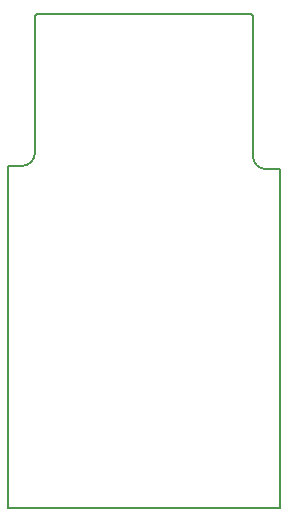
<source format=gbr>
%TF.GenerationSoftware,KiCad,Pcbnew,5.1.5-52549c5~84~ubuntu18.04.1*%
%TF.CreationDate,2020-02-04T18:59:04+01:00*%
%TF.ProjectId,HMC_RF_IPE,484d435f-5246-45f4-9950-452e6b696361,rev?*%
%TF.SameCoordinates,Original*%
%TF.FileFunction,Profile,NP*%
%FSLAX46Y46*%
G04 Gerber Fmt 4.6, Leading zero omitted, Abs format (unit mm)*
G04 Created by KiCad (PCBNEW 5.1.5-52549c5~84~ubuntu18.04.1) date 2020-02-04 18:59:04*
%MOMM*%
%LPD*%
G04 APERTURE LIST*
%TA.AperFunction,Profile*%
%ADD10C,0.200000*%
%TD*%
G04 APERTURE END LIST*
D10*
X132050412Y-69737164D02*
X130893410Y-69737200D01*
X133179410Y-68626164D02*
G75*
G02X132050412Y-69737164I-1119999J8999D01*
G01*
X152728410Y-69995164D02*
X153903410Y-69995200D01*
X152728410Y-69995164D02*
G75*
G02X151617410Y-68866166I8999J1119999D01*
G01*
X133179410Y-68626164D02*
X133179410Y-57049200D01*
X153903410Y-98645200D02*
X153903410Y-98649200D01*
X153903410Y-69995200D02*
X153903410Y-98645200D01*
X151578410Y-56934200D02*
X151579410Y-56935200D01*
X151578410Y-56934200D02*
X151578410Y-56934200D01*
X151578410Y-56934200D02*
X151578410Y-56934200D01*
X151562410Y-56915200D02*
X151578410Y-56934200D01*
X151557410Y-56910200D02*
X151562410Y-56915200D01*
X151553411Y-56905200D02*
X151557410Y-56910200D01*
X151552410Y-56905200D02*
X151553411Y-56905200D01*
X151552410Y-56905200D02*
X151552410Y-56905200D01*
X151552410Y-56905200D02*
X151552410Y-56905200D01*
X151533410Y-56889200D02*
X151552410Y-56905200D01*
X151455410Y-56855200D02*
X151461410Y-56857200D01*
X151448410Y-56854200D02*
X151455410Y-56855200D01*
X151447410Y-56854200D02*
X151448410Y-56854200D01*
X151422411Y-56851200D02*
X151447410Y-56854200D01*
X151422411Y-56851200D02*
X151422411Y-56851200D01*
X151419410Y-56851200D02*
X151422411Y-56851200D01*
X133377410Y-56851200D02*
X151419410Y-56851200D01*
X133374410Y-56851200D02*
X133377410Y-56851200D01*
X133373410Y-56851200D02*
X133374410Y-56851200D01*
X133372410Y-56851200D02*
X133373410Y-56851200D01*
X133233410Y-56916200D02*
X133233410Y-56915200D01*
X133233410Y-56916200D02*
X133233410Y-56916200D01*
X133233410Y-56916200D02*
X133233410Y-56916200D01*
X133217410Y-56935200D02*
X133233410Y-56916200D01*
X133213410Y-56941200D02*
X133217410Y-56935200D01*
X133209410Y-56947200D02*
X133213410Y-56941200D01*
X133209410Y-56948200D02*
X133209410Y-56947200D01*
X133197410Y-56969200D02*
X133209410Y-56948200D01*
X133195410Y-56976200D02*
X133197410Y-56969200D01*
X133192410Y-56982200D02*
X133195410Y-56976200D01*
X151485410Y-56864200D02*
X151485410Y-56864200D01*
X151485410Y-56864200D02*
X151485410Y-56864200D01*
X151461410Y-56857200D02*
X151485410Y-56864200D01*
X133348410Y-56854200D02*
X133372410Y-56851200D01*
X133341410Y-56855200D02*
X133348410Y-56854200D01*
X133334410Y-56857200D02*
X133341410Y-56855200D01*
X133333410Y-56857200D02*
X133334410Y-56857200D01*
X133333410Y-56857200D02*
X133333410Y-56857200D01*
X133310410Y-56864200D02*
X133333410Y-56857200D01*
X133303410Y-56867200D02*
X133310410Y-56864200D01*
X133297410Y-56869200D02*
X133303410Y-56867200D01*
X133296410Y-56870200D02*
X133297410Y-56869200D01*
X133296410Y-56870200D02*
X133296410Y-56870200D01*
X151527410Y-56885200D02*
X151533410Y-56889200D01*
X151521410Y-56881200D02*
X151527410Y-56885200D01*
X151520410Y-56881200D02*
X151521410Y-56881200D01*
X151499411Y-56869200D02*
X151520410Y-56881200D01*
X151492410Y-56867200D02*
X151499411Y-56869200D01*
X151486410Y-56864200D02*
X151492410Y-56867200D01*
X151485410Y-56864200D02*
X151486410Y-56864200D01*
X133296410Y-56870200D02*
X133296410Y-56870200D01*
X133274410Y-56882200D02*
X133296410Y-56870200D01*
X133269410Y-56886200D02*
X133274410Y-56882200D01*
X133263410Y-56889200D02*
X133269410Y-56886200D01*
X133262410Y-56890200D02*
X133263410Y-56889200D01*
X133262410Y-56890200D02*
X133262410Y-56890200D01*
X133262410Y-56890200D02*
X133262410Y-56890200D01*
X133243410Y-56906200D02*
X133262410Y-56890200D01*
X133238410Y-56911200D02*
X133243410Y-56906200D01*
X133233410Y-56915200D02*
X133238410Y-56911200D01*
X133192410Y-56983200D02*
X133192410Y-56982200D01*
X133192410Y-56983200D02*
X133192410Y-56983200D01*
X133185410Y-57007200D02*
X133192410Y-56983200D01*
X133183410Y-57013200D02*
X133185410Y-57007200D01*
X133182410Y-57020200D02*
X133183410Y-57013200D01*
X133182410Y-57021200D02*
X133182410Y-57020200D01*
X133179410Y-57046200D02*
X133182410Y-57021200D01*
X133179410Y-57046200D02*
X133179410Y-57046200D01*
X133179410Y-57049200D02*
X133179410Y-57046200D01*
X130893410Y-98645200D02*
X130893410Y-69737200D01*
X130893410Y-98649200D02*
X130893410Y-98645200D01*
X151617410Y-57049200D02*
X151617410Y-68866166D01*
X151617410Y-57046200D02*
X151617410Y-57049200D01*
X151617410Y-57045200D02*
X151617410Y-57046200D01*
X151617410Y-57044200D02*
X151617410Y-57045200D01*
X151614410Y-57020200D02*
X151617410Y-57044200D01*
X151613411Y-57013200D02*
X151614410Y-57020200D01*
X151611410Y-57006200D02*
X151613411Y-57013200D01*
X153828410Y-98724200D02*
X153824410Y-98724200D01*
X153832411Y-98724200D02*
X153828410Y-98724200D01*
X153843410Y-98723200D02*
X153832411Y-98724200D01*
X153857411Y-98719200D02*
X153843410Y-98723200D01*
X153870410Y-98712200D02*
X153857411Y-98719200D01*
X153881411Y-98702200D02*
X153870410Y-98712200D01*
X153891410Y-98691200D02*
X153881411Y-98702200D01*
X153898411Y-98678200D02*
X153891410Y-98691200D01*
X153902410Y-98664200D02*
X153898411Y-98678200D01*
X153903410Y-98649200D02*
X153902410Y-98664200D01*
X151611410Y-57005200D02*
X151611410Y-57006200D01*
X151604410Y-56982200D02*
X151611410Y-57005200D01*
X151601411Y-56975200D02*
X151604410Y-56982200D01*
X151599410Y-56969200D02*
X151601411Y-56975200D01*
X151598410Y-56968200D02*
X151599410Y-56969200D01*
X151598410Y-56968200D02*
X151598410Y-56968200D01*
X151598410Y-56968200D02*
X151598410Y-56968200D01*
X151586410Y-56946200D02*
X151598410Y-56968200D01*
X151582411Y-56941200D02*
X151586410Y-56946200D01*
X151579410Y-56935200D02*
X151582411Y-56941200D01*
X130894410Y-98664200D02*
X130893410Y-98649200D01*
X130898410Y-98678200D02*
X130894410Y-98664200D01*
X130905410Y-98691200D02*
X130898410Y-98678200D01*
X130915410Y-98702200D02*
X130905410Y-98691200D01*
X130926410Y-98712200D02*
X130915410Y-98702200D01*
X130939410Y-98719200D02*
X130926410Y-98712200D01*
X130953410Y-98723200D02*
X130939410Y-98719200D01*
X130968410Y-98724200D02*
X130953410Y-98723200D01*
X130972410Y-98724200D02*
X130968410Y-98724200D01*
X153824410Y-98724200D02*
X130972410Y-98724200D01*
M02*

</source>
